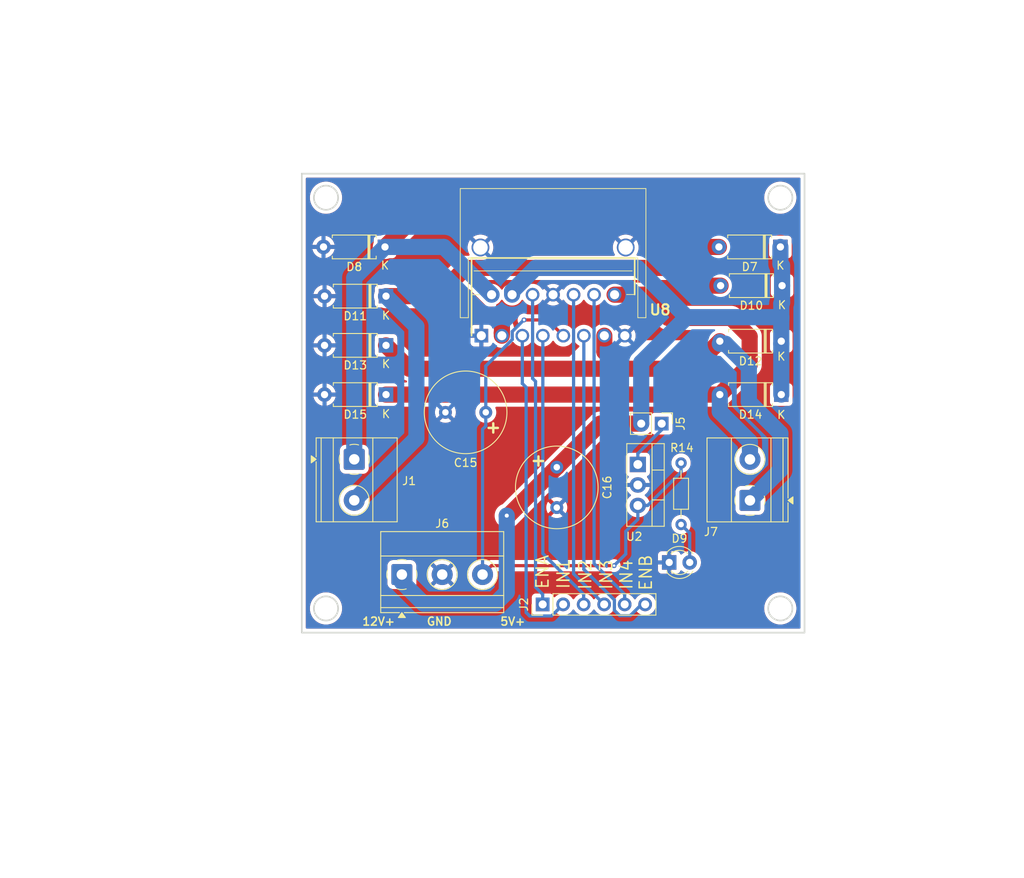
<source format=kicad_pcb>
(kicad_pcb (version 20241229) (generator "pcbnew") (generator_version "9.0")
  (layers (0 "F.Cu" signal) (2 "B.Cu" signal) (13 "F.Paste" user) (15 "B.Paste" user) (5 "F.SilkS" user "F.Silkscreen") (7 "B.SilkS" user "B.Silkscreen") (1 "F.Mask" user) (3 "B.Mask" user) (25 "Edge.Cuts" user))
  (net 0 "")
  (net 1 "GND")
  (net 2 "5v")
  (net 3 "VCC")
  (net 4 "Net-(D7-A)")
  (net 5 "Net-(D9-A)")
  (net 6 "Net-(D10-A)")
  (net 7 "Net-(D12-A)")
  (net 8 "Net-(D14-A)")
  (net 9 "Net-(J5-Pin_1)")
  (net 10 "Net-(J2-Pin_6)")
  (net 11 "Net-(J2-Pin_4)")
  (net 12 "Net-(J2-Pin_3)")
  (net 13 "Net-(J2-Pin_5)")
  (net 14 "Net-(J2-Pin_2)")
  (net 15 "Net-(J2-Pin_1)")
  (footprint "Capacitor_THT:C_Radial_D10.0mm_H16.0mm_P5.00mm" (layer "F.Cu") (at 138.8 98.7 180)
    (property "Reference" "C15" (at 2.5 -6.25 0) (layer "F.SilkS"))
    (property "Value" "220uF/35V")
    (fp_circle (center 2.5 0) (end 7.62 0) (stroke (width 0.12)) (fill no) (layer "F.SilkS"))
    (pad "1" thru_hole circle (at 0 0 180) (size 1.6 1.6) (drill 0.8) (layers "*.Cu" "*.Mask") (net 2 "5v"))
    (pad "2" thru_hole circle (at 5 0 180) (size 1.6 1.6) (drill 0.8) (layers "*.Cu" "*.Mask") (net 1 "GND"))
  )
  (footprint "LED_THT:LED_D3.0mm" (layer "F.Cu") (at 161.53 117.3)
    (property "Reference" "D9" (at 1.27 -2.96 0) (layer "F.SilkS"))
    (property "Value" "LED")
    (fp_line (start -0.29 -1.236) (end -0.29 -1.08) (stroke (width 0.12)) (layer "F.SilkS"))
    (fp_line (start -0.29 1.08) (end -0.29 1.236) (stroke (width 0.12)) (layer "F.SilkS"))
    (fp_arc (start -0.29 -1.235516) (mid 1.365624 -1.987701) (end 2.941397 -1.080061) (stroke (width 0.12)) (layer "F.SilkS"))
    (fp_arc (start 0.229039 -1.08) (mid 1.269964 -1.5) (end 2.31091 -1.080049) (stroke (width 0.12)) (layer "F.SilkS"))
    (fp_arc (start 2.31091 1.080049) (mid 1.269964 1.5) (end 0.229039 1.08) (stroke (width 0.12)) (layer "F.SilkS"))
    (fp_arc (start 2.941397 1.080061) (mid 1.365624 1.987701) (end -0.29 1.235516) (stroke (width 0.12)) (layer "F.SilkS"))
    (pad "1" thru_hole rect (at 0 0) (size 1.8 1.8) (drill 0.9) (layers "*.Cu" "*.Mask") (net 1 "GND"))
    (pad "2" thru_hole circle (at 2.54 0) (size 1.8 1.8) (drill 0.9) (layers "*.Cu" "*.Mask") (net 5 "Net-(D9-A)"))
  )
  (footprint "Diode_THT:D_A-405_P7.62mm_Horizontal" (layer "F.Cu") (at 175.52 83 180)
    (property "Reference" "D10" (at 3.81 -2.47 0) (layer "F.SilkS"))
    (property "Value" "." (hide yes))
    (fp_line (start 6.53 1.47) (end 6.53 1.14) (stroke (width 0.12)) (layer "F.SilkS"))
    (fp_line (start 6.53 -1.47) (end 6.53 -1.14) (stroke (width 0.12)) (layer "F.SilkS"))
    (fp_line (start 2.11 -1.47) (end 2.11 1.47) (stroke (width 0.12)) (layer "F.SilkS"))
    (fp_line (start 1.99 -1.47) (end 1.99 1.47) (stroke (width 0.12)) (layer "F.SilkS"))
    (fp_line (start 1.87 -1.47) (end 1.87 1.47) (stroke (width 0.12)) (layer "F.SilkS"))
    (fp_line (start 1.09 1.47) (end 6.53 1.47) (stroke (width 0.12)) (layer "F.SilkS"))
    (fp_line (start 1.09 1.14) (end 1.09 1.47) (stroke (width 0.12)) (layer "F.SilkS"))
    (fp_line (start 1.09 -1.14) (end 1.09 -1.47) (stroke (width 0.12)) (layer "F.SilkS"))
    (fp_line (start 1.09 -1.47) (end 6.53 -1.47) (stroke (width 0.12)) (layer "F.SilkS"))
    (fp_text user "K" (at 0.02 -2.4 0) (layer "F.SilkS"))
    (pad "1" thru_hole rect (at 0 0 180) (size 1.8 1.8) (drill 0.9) (layers "*.Cu" "*.Mask") (net 3 "VCC"))
    (pad "2" thru_hole oval (at 7.62 0 180) (size 1.8 1.8) (drill 0.9) (layers "*.Cu" "*.Mask") (net 6 "Net-(D10-A)"))
  )
  (footprint "Diode_THT:D_A-405_P7.62mm_Horizontal" (layer "F.Cu") (at 175.42 89.882167 180)
    (property "Reference" "D12" (at 3.81 -2.47 0) (layer "F.SilkS"))
    (property "Value" "." (hide yes))
    (fp_line (start 6.53 1.47) (end 6.53 1.14) (stroke (width 0.12)) (layer "F.SilkS"))
    (fp_line (start 6.53 -1.47) (end 6.53 -1.14) (stroke (width 0.12)) (layer "F.SilkS"))
    (fp_line (start 2.11 -1.47) (end 2.11 1.47) (stroke (width 0.12)) (layer "F.SilkS"))
    (fp_line (start 1.99 -1.47) (end 1.99 1.47) (stroke (width 0.12)) (layer "F.SilkS"))
    (fp_line (start 1.87 -1.47) (end 1.87 1.47) (stroke (width 0.12)) (layer "F.SilkS"))
    (fp_line (start 1.09 1.47) (end 6.53 1.47) (stroke (width 0.12)) (layer "F.SilkS"))
    (fp_line (start 1.09 1.14) (end 1.09 1.47) (stroke (width 0.12)) (layer "F.SilkS"))
    (fp_line (start 1.09 -1.14) (end 1.09 -1.47) (stroke (width 0.12)) (layer "F.SilkS"))
    (fp_line (start 1.09 -1.47) (end 6.53 -1.47) (stroke (width 0.12)) (layer "F.SilkS"))
    (fp_text user "K" (at 0 -1.9 0) (layer "F.SilkS"))
    (pad "1" thru_hole rect (at 0 0 180) (size 1.8 1.8) (drill 0.9) (layers "*.Cu" "*.Mask") (net 3 "VCC"))
    (pad "2" thru_hole oval (at 7.62 0 180) (size 1.8 1.8) (drill 0.9) (layers "*.Cu" "*.Mask") (net 7 "Net-(D12-A)"))
  )
  (footprint "Diode_THT:D_A-405_P7.62mm_Horizontal" (layer "F.Cu") (at 126.4375 84.3 180)
    (property "Reference" "D11" (at 3.81 -2.47 0) (layer "F.SilkS"))
    (property "Value" "." (hide yes))
    (fp_line (start 6.53 1.47) (end 6.53 1.14) (stroke (width 0.12)) (layer "F.SilkS"))
    (fp_line (start 6.53 -1.47) (end 6.53 -1.14) (stroke (width 0.12)) (layer "F.SilkS"))
    (fp_line (start 2.11 -1.47) (end 2.11 1.47) (stroke (width 0.12)) (layer "F.SilkS"))
    (fp_line (start 1.99 -1.47) (end 1.99 1.47) (stroke (width 0.12)) (layer "F.SilkS"))
    (fp_line (start 1.87 -1.47) (end 1.87 1.47) (stroke (width 0.12)) (layer "F.SilkS"))
    (fp_line (start 1.09 1.47) (end 6.53 1.47) (stroke (width 0.12)) (layer "F.SilkS"))
    (fp_line (start 1.09 1.14) (end 1.09 1.47) (stroke (width 0.12)) (layer "F.SilkS"))
    (fp_line (start 1.09 -1.14) (end 1.09 -1.47) (stroke (width 0.12)) (layer "F.SilkS"))
    (fp_line (start 1.09 -1.47) (end 6.53 -1.47) (stroke (width 0.12)) (layer "F.SilkS"))
    (fp_text user "K" (at 0 -2.4 0) (layer "F.SilkS"))
    (pad "1" thru_hole rect (at 0 0 180) (size 1.8 1.8) (drill 0.9) (layers "*.Cu" "*.Mask") (net 6 "Net-(D10-A)"))
    (pad "2" thru_hole oval (at 7.62 0 180) (size 1.8 1.8) (drill 0.9) (layers "*.Cu" "*.Mask") (net 1 "GND"))
  )
  (footprint "Connector_PinHeader_2.54mm:PinHeader_1x06_P2.54mm_Vertical" (layer "F.Cu") (at 145.85 122.5 90)
    (property "Reference" "J2" (at 0 -2.33 90) (layer "F.SilkS"))
    (property "Value" "LOGIC_PINS")
    (fp_line (start -1.33 -1.33) (end 0 -1.33) (stroke (width 0.12)) (layer "F.SilkS"))
    (fp_line (start -1.33 0) (end -1.33 -1.33) (stroke (width 0.12)) (layer "F.SilkS"))
    (fp_line (start 1.33 1.27) (end 1.33 14.03) (stroke (width 0.12)) (layer "F.SilkS"))
    (fp_line (start -1.33 1.27) (end 1.33 1.27) (stroke (width 0.12)) (layer "F.SilkS"))
    (fp_line (start -1.33 1.27) (end -1.33 14.03) (stroke (width 0.12)) (layer "F.SilkS"))
    (fp_line (start -1.33 14.03) (end 1.33 14.03) (stroke (width 0.12)) (layer "F.SilkS"))
    (pad "1" thru_hole rect (at 0 0 90) (size 1.7 1.7) (drill 1) (layers "*.Cu" "*.Mask") (net 15 "Net-(J2-Pin_1)"))
    (pad "2" thru_hole oval (at 0 2.54 90) (size 1.7 1.7) (drill 1) (layers "*.Cu" "*.Mask") (net 14 "Net-(J2-Pin_2)"))
    (pad "3" thru_hole oval (at 0 5.08 90) (size 1.7 1.7) (drill 1) (layers "*.Cu" "*.Mask") (net 12 "Net-(J2-Pin_3)"))
    (pad "4" thru_hole oval (at 0 7.62 90) (size 1.7 1.7) (drill 1) (layers "*.Cu" "*.Mask") (net 11 "Net-(J2-Pin_4)"))
    (pad "5" thru_hole oval (at 0 10.16 90) (size 1.7 1.7) (drill 1) (layers "*.Cu" "*.Mask") (net 13 "Net-(J2-Pin_5)"))
    (pad "6" thru_hole oval (at 0 12.7 90) (size 1.7 1.7) (drill 1) (layers "*.Cu" "*.Mask") (net 10 "Net-(J2-Pin_6)"))
  )
  (footprint "Diode_THT:D_A-405_P7.62mm_Horizontal" (layer "F.Cu") (at 126.4375 96.5 180)
    (property "Reference" "D15" (at 3.81 -2.47 0) (layer "F.SilkS"))
    (property "Value" "." (hide yes))
    (fp_line (start 6.53 1.47) (end 6.53 1.14) (stroke (width 0.12)) (layer "F.SilkS"))
    (fp_line (start 6.53 -1.47) (end 6.53 -1.14) (stroke (width 0.12)) (layer "F.SilkS"))
    (fp_line (start 2.11 -1.47) (end 2.11 1.47) (stroke (width 0.12)) (layer "F.SilkS"))
    (fp_line (start 1.99 -1.47) (end 1.99 1.47) (stroke (width 0.12)) (layer "F.SilkS"))
    (fp_line (start 1.87 -1.47) (end 1.87 1.47) (stroke (width 0.12)) (layer "F.SilkS"))
    (fp_line (start 1.09 1.47) (end 6.53 1.47) (stroke (width 0.12)) (layer "F.SilkS"))
    (fp_line (start 1.09 1.14) (end 1.09 1.47) (stroke (width 0.12)) (layer "F.SilkS"))
    (fp_line (start 1.09 -1.14) (end 1.09 -1.47) (stroke (width 0.12)) (layer "F.SilkS"))
    (fp_line (start 1.09 -1.47) (end 6.53 -1.47) (stroke (width 0.12)) (layer "F.SilkS"))
    (fp_text user "K" (at 0 -2.4 0) (layer "F.SilkS"))
    (pad "1" thru_hole rect (at 0 0 180) (size 1.8 1.8) (drill 0.9) (layers "*.Cu" "*.Mask") (net 8 "Net-(D14-A)"))
    (pad "2" thru_hole oval (at 7.62 0 180) (size 1.8 1.8) (drill 0.9) (layers "*.Cu" "*.Mask") (net 1 "GND"))
  )
  (footprint "TerminalBlock_Phoenix:TerminalBlock_Phoenix_MKDS-1,5-3_1x03_P5.00mm_Horizontal" (layer "F.Cu") (at 128.4 118.8)
    (property "Reference" "J6" (at 5 -6.32 0) (layer "F.SilkS"))
    (property "Value" "BATTERY")
    (fp_line (start -2.62 -5.32) (end -2.62 4.72) (stroke (width 0.12)) (layer "F.SilkS"))
    (fp_line (start -2.62 -5.32) (end 12.62 -5.32) (stroke (width 0.12)) (layer "F.SilkS"))
    (fp_line (start -2.62 -2.3) (end 12.62 -2.3) (stroke (width 0.12)) (layer "F.SilkS"))
    (fp_line (start -2.62 2.6) (end 12.62 2.6) (stroke (width 0.12)) (layer "F.SilkS"))
    (fp_line (start -2.62 4.1) (end 12.62 4.1) (stroke (width 0.12)) (layer "F.SilkS"))
    (fp_line (start -2.62 4.72) (end -0.3 4.72) (stroke (width 0.12)) (layer "F.SilkS"))
    (fp_line (start 0.3 4.72) (end 12.62 4.72) (stroke (width 0.12)) (layer "F.SilkS"))
    (fp_line (start 3.633 1.14) (end 3.589 1.183) (stroke (width 0.12)) (layer "F.SilkS"))
    (fp_line (start 3.86 1.367) (end 3.816 1.41) (stroke (width 0.12)) (layer "F.SilkS"))
    (fp_line (start 6.184 -1.411) (end 6.14 -1.367) (stroke (width 0.12)) (layer "F.SilkS"))
    (fp_line (start 6.411 -1.184) (end 6.367 -1.14) (stroke (width 0.12)) (layer "F.SilkS"))
    (fp_line (start 8.633 1.14) (end 8.589 1.183) (stroke (width 0.12)) (layer "F.SilkS"))
    (fp_line (start 8.86 1.367) (end 8.816 1.41) (stroke (width 0.12)) (layer "F.SilkS"))
    (fp_line (start 11.184 -1.411) (end 11.14 -1.367) (stroke (width 0.12)) (layer "F.SilkS"))
    (fp_line (start 11.411 -1.184) (end 11.367 -1.14) (stroke (width 0.12)) (layer "F.SilkS"))
    (fp_line (start 12.62 -5.32) (end 12.62 4.72) (stroke (width 0.12)) (layer "F.SilkS"))
    (fp_arc (start -1.78 0.54) (mid -1.860107 0.000355) (end -1.780206 -0.539321) (stroke (width 0.12)) (layer "F.SilkS"))
    (fp_arc (start -0.54 -1.78) (mid -0.000355 -1.860107) (end 0.539321 -1.780206) (stroke (width 0.12)) (layer "F.SilkS"))
    (fp_arc (start 0.54 1.78) (mid 0.000355 1.860107) (end -0.539321 1.780206) (stroke (width 0.12)) (layer "F.SilkS"))
    (fp_arc (start 1.78 -0.54) (mid 1.860107 -0.000355) (end 1.780206 0.539321) (stroke (width 0.12)) (layer "F.SilkS"))
    (fp_circle (center 5 0) (end 6.86 0) (stroke (width 0.12)) (fill no) (layer "F.SilkS"))
    (fp_circle (center 10 0) (end 11.86 0) (stroke (width 0.12)) (fill no) (layer "F.SilkS"))
    (fp_poly (pts (xy 0 4.72) (xy 0.44 5.33) (xy -0.44 5.33) (xy 0 4.72)) (stroke (width 0.12)) (fill yes) (layer "F.SilkS"))
    (pad "1" thru_hole roundrect (at 0 0) (size 2.6 2.6) (drill 1.3) (layers "*.Cu" "*.Mask") (roundrect_rratio 0.096154) (net 3 "VCC"))
    (pad "2" thru_hole circle (at 5 0) (size 2.6 2.6) (drill 1.3) (layers "*.Cu" "*.Mask") (net 1 "GND"))
    (pad "3" thru_hole circle (at 10 0) (size 2.6 2.6) (drill 1.3) (layers "*.Cu" "*.Mask") (net 2 "5v"))
  )
  (footprint "Diode_THT:D_A-405_P7.62mm_Horizontal" (layer "F.Cu") (at 175.42 96.5 180)
    (property "Reference" "D14" (at 3.81 -2.47 0) (layer "F.SilkS"))
    (property "Value" "." (hide yes))
    (fp_line (start 6.53 1.47) (end 6.53 1.14) (stroke (width 0.12)) (layer "F.SilkS"))
    (fp_line (start 6.53 -1.47) (end 6.53 -1.14) (stroke (width 0.12)) (layer "F.SilkS"))
    (fp_line (start 2.11 -1.47) (end 2.11 1.47) (stroke (width 0.12)) (layer "F.SilkS"))
    (fp_line (start 1.99 -1.47) (end 1.99 1.47) (stroke (width 0.12)) (layer "F.SilkS"))
    (fp_line (start 1.87 -1.47) (end 1.87 1.47) (stroke (width 0.12)) (layer "F.SilkS"))
    (fp_line (start 1.09 1.47) (end 6.53 1.47) (stroke (width 0.12)) (layer "F.SilkS"))
    (fp_line (start 1.09 1.14) (end 1.09 1.47) (stroke (width 0.12)) (layer "F.SilkS"))
    (fp_line (start 1.09 -1.14) (end 1.09 -1.47) (stroke (width 0.12)) (layer "F.SilkS"))
    (fp_line (start 1.09 -1.47) (end 6.53 -1.47) (stroke (width 0.12)) (layer "F.SilkS"))
    (fp_text user "K" (at 0 -2.5 0) (layer "F.SilkS"))
    (pad "1" thru_hole rect (at 0 0 180) (size 1.8 1.8) (drill 0.9) (layers "*.Cu" "*.Mask") (net 3 "VCC"))
    (pad "2" thru_hole oval (at 7.62 0 180) (size 1.8 1.8) (drill 0.9) (layers "*.Cu" "*.Mask") (net 8 "Net-(D14-A)"))
  )
  (footprint "TerminalBlock_Phoenix:TerminalBlock_Phoenix_MKDS-1,5-2-5.08_1x02_P5.08mm_Horizontal" (layer "F.Cu") (at 122.5 104.52 -90)
    (property "Reference" "J1" (at 2.68 -6.8 180) (layer "F.SilkS"))
    (property "Value" "MOTOR_1")
    (fp_line (start -2.66 4.72) (end -0.3 4.72) (stroke (width 0.12)) (layer "F.SilkS"))
    (fp_line (start 0.3 4.72) (end 7.74 4.72) (stroke (width 0.12)) (layer "F.SilkS"))
    (fp_line (start -2.66 4.1) (end 7.74 4.1) (stroke (width 0.12)) (layer "F.SilkS"))
    (fp_line (start -2.66 2.6) (end 7.74 2.6) (stroke (width 0.12)) (layer "F.SilkS"))
    (fp_line (start 3.94 1.367) (end 3.896 1.41) (stroke (width 0.12)) (layer "F.SilkS"))
    (fp_line (start 3.713 1.14) (end 3.669 1.183) (stroke (width 0.12)) (layer "F.SilkS"))
    (fp_line (start 6.491 -1.184) (end 6.447 -1.14) (stroke (width 0.12)) (layer "F.SilkS"))
    (fp_line (start 6.264 -1.411) (end 6.22 -1.367) (stroke (width 0.12)) (layer "F.SilkS"))
    (fp_line (start -2.66 -2.3) (end 7.74 -2.3) (stroke (width 0.12)) (layer "F.SilkS"))
    (fp_line (start -2.66 -5.32) (end -2.66 4.72) (stroke (width 0.12)) (layer "F.SilkS"))
    (fp_line (start -2.66 -5.32) (end 7.74 -5.32) (stroke (width 0.12)) (layer "F.SilkS"))
    (fp_line (start 7.74 -5.32) (end 7.74 4.72) (stroke (width 0.12)) (layer "F.SilkS"))
    (fp_arc (start 0.54 1.78) (mid 0.000355 1.860107) (end -0.539321 1.780206) (stroke (width 0.12)) (layer "F.SilkS"))
    (fp_arc (start -1.78 0.54) (mid -1.860107 0.000355) (end -1.780206 -0.539321) (stroke (width 0.12)) (layer "F.SilkS"))
    (fp_arc (start 1.78 -0.54) (mid 1.860107 -0.000355) (end 1.780206 0.539321) (stroke (width 0.12)) (layer "F.SilkS"))
    (fp_arc (start -0.54 -1.78) (mid -0.000355 -1.860107) (end 0.539321 -1.780206) (stroke (width 0.12)) (layer "F.SilkS"))
    (fp_circle (center 5.08 0) (end 6.94 0) (stroke (width 0.12)) (fill no) (layer "F.SilkS"))
    (fp_poly (pts (xy 0 4.72) (xy 0.44 5.33) (xy -0.44 5.33) (xy 0 4.72)) (stroke (width 0.12)) (fill yes) (layer "F.SilkS"))
    (pad "1" thru_hole roundrect (at 0 0 270) (size 2.6 2.6) (drill 1.3) (layers "*.Cu" "*.Mask") (roundrect_rratio 0.096154) (net 4 "Net-(D7-A)"))
    (pad "2" thru_hole circle (at 5.08 0 270) (size 2.6 2.6) (drill 1.3) (layers "*.Cu" "*.Mask") (net 6 "Net-(D10-A)"))
  )
  (footprint "Diode_THT:D_A-405_P7.62mm_Horizontal" (layer "F.Cu") (at 126.31 78.2 180)
    (property "Reference" "D8" (at 3.81 -2.47 0) (layer "F.SilkS"))
    (property "Value" "." (hide yes))
    (fp_line (start 6.53 1.47) (end 6.53 1.14) (stroke (width 0.12)) (layer "F.SilkS"))
    (fp_line (start 6.53 -1.47) (end 6.53 -1.14) (stroke (width 0.12)) (layer "F.SilkS"))
    (fp_line (start 2.11 -1.47) (end 2.11 1.47) (stroke (width 0.12)) (layer "F.SilkS"))
    (fp_line (start 1.99 -1.47) (end 1.99 1.47) (stroke (width 0.12)) (layer "F.SilkS"))
    (fp_line (start 1.87 -1.47) (end 1.87 1.47) (stroke (width 0.12)) (layer "F.SilkS"))
    (fp_line (start 1.09 1.47) (end 6.53 1.47) (stroke (width 0.12)) (layer "F.SilkS"))
    (fp_line (start 1.09 1.14) (end 1.09 1.47) (stroke (width 0.12)) (layer "F.SilkS"))
    (fp_line (start 1.09 -1.14) (end 1.09 -1.47) (stroke (width 0.12)) (layer "F.SilkS"))
    (fp_line (start 1.09 -1.47) (end 6.53 -1.47) (stroke (width 0.12)) (layer "F.SilkS"))
    (fp_text user "K" (at 0 -2.3 0) (layer "F.SilkS"))
    (pad "1" thru_hole rect (at 0 0 180) (size 1.8 1.8) (drill 0.9) (layers "*.Cu" "*.Mask") (net 4 "Net-(D7-A)"))
    (pad "2" thru_hole oval (at 7.62 0 180) (size 1.8 1.8) (drill 0.9) (layers "*.Cu" "*.Mask") (net 1 "GND"))
  )
  (footprint "TerminalBlock_Phoenix:TerminalBlock_Phoenix_MKDS-1,5-2-5.08_1x02_P5.08mm_Horizontal" (layer "F.Cu") (at 171.5375 109.61 90)
    (property "Reference" "J7" (at -3.9 -4.8375 180) (layer "F.SilkS"))
    (property "Value" "MOTOR_2")
    (fp_line (start 7.74 -5.32) (end 7.74 4.72) (stroke (width 0.12)) (layer "F.SilkS"))
    (fp_line (start -2.66 -5.32) (end 7.74 -5.32) (stroke (width 0.12)) (layer "F.SilkS"))
    (fp_line (start -2.66 -5.32) (end -2.66 4.72) (stroke (width 0.12)) (layer "F.SilkS"))
    (fp_line (start -2.66 -2.3) (end 7.74 -2.3) (stroke (width 0.12)) (layer "F.SilkS"))
    (fp_line (start 6.264 -1.411) (end 6.22 -1.367) (stroke (width 0.12)) (layer "F.SilkS"))
    (fp_line (start 6.491 -1.184) (end 6.447 -1.14) (stroke (width 0.12)) (layer "F.SilkS"))
    (fp_line (start 3.713 1.14) (end 3.669 1.183) (stroke (width 0.12)) (layer "F.SilkS"))
    (fp_line (start 3.94 1.367) (end 3.896 1.41) (stroke (width 0.12)) (layer "F.SilkS"))
    (fp_line (start -2.66 2.6) (end 7.74 2.6) (stroke (width 0.12)) (layer "F.SilkS"))
    (fp_line (start -2.66 4.1) (end 7.74 4.1) (stroke (width 0.12)) (layer "F.SilkS"))
    (fp_line (start 0.3 4.72) (end 7.74 4.72) (stroke (width 0.12)) (layer "F.SilkS"))
    (fp_line (start -2.66 4.72) (end -0.3 4.72) (stroke (width 0.12)) (layer "F.SilkS"))
    (fp_arc (start -0.54 -1.78) (mid -0.000355 -1.860107) (end 0.539321 -1.780206) (stroke (width 0.12)) (layer "F.SilkS"))
    (fp_arc (start 1.78 -0.54) (mid 1.860107 -0.000355) (end 1.780206 0.539321) (stroke (width 0.12)) (layer "F.SilkS"))
    (fp_arc (start -1.78 0.54) (mid -1.860107 0.000355) (end -1.780206 -0.539321) (stroke (width 0.12)) (layer "F.SilkS"))
    (fp_arc (start 0.54 1.78) (mid 0.000355 1.860107) (end -0.539321 1.780206) (stroke (width 0.12)) (layer "F.SilkS"))
    (fp_circle (center 5.08 0) (end 6.94 0) (stroke (width 0.12)) (fill no) (layer "F.SilkS"))
    (fp_poly (pts (xy 0 4.72) (xy 0.44 5.33) (xy -0.44 5.33) (xy 0 4.72)) (stroke (width 0.12)) (fill yes) (layer "F.SilkS"))
    (pad "1" thru_hole roundrect (at 0 0 90) (size 2.6 2.6) (drill 1.3) (layers "*.Cu" "*.Mask") (roundrect_rratio 0.096154) (net 7 "Net-(D12-A)"))
    (pad "2" thru_hole circle (at 5.08 0 90) (size 2.6 2.6) (drill 1.3) (layers "*.Cu" "*.Mask") (net 8 "Net-(D14-A)"))
  )
  (footprint "Resistor_THT:R_Axial_DIN0204_L3.6mm_D1.6mm_P7.62mm_Horizontal" (layer "F.Cu") (at 163 104.98 -90)
    (property "Reference" "R14" (at -1.88 -0.1 180) (layer "F.SilkS"))
    (property "Value" "1K")
    (fp_line (start 1.89 0.92) (end 5.73 0.92) (stroke (width 0.12)) (layer "F.SilkS"))
    (fp_line (start 5.73 0.92) (end 5.73 -0.92) (stroke (width 0.12)) (layer "F.SilkS"))
    (fp_line (start 0.94 0) (end 1.89 0) (stroke (width 0.12)) (layer "F.SilkS"))
    (fp_line (start 6.68 0) (end 5.73 0) (stroke (width 0.12)) (layer "F.SilkS"))
    (fp_line (start 1.89 -0.92) (end 1.89 0.92) (stroke (width 0.12)) (layer "F.SilkS"))
    (fp_line (start 5.73 -0.92) (end 1.89 -0.92) (stroke (width 0.12)) (layer "F.SilkS"))
    (pad "1" thru_hole circle (at 0 0 270) (size 1.4 1.4) (drill 0.7) (layers "*.Cu" "*.Mask") (net 2 "5v"))
    (pad "2" thru_hole oval (at 7.62 0 270) (size 1.4 1.4) (drill 0.7) (layers "*.Cu" "*.Mask") (net 5 "Net-(D9-A)"))
  )
  (footprint "Diode_THT:D_A-405_P7.62mm_Horizontal" (layer "F.Cu") (at 126.4375 90.4 180)
    (property "Reference" "D13" (at 3.81 -2.47 0) (layer "F.SilkS"))
    (property "Value" "." (hide yes))
    (fp_line (start 6.53 1.47) (end 6.53 1.14) (stroke (width 0.12)) (layer "F.SilkS"))
    (fp_line (start 6.53 -1.47) (end 6.53 -1.14) (stroke (width 0.12)) (layer "F.SilkS"))
    (fp_line (start 2.11 -1.47) (end 2.11 1.47) (stroke (width 0.12)) (layer "F.SilkS"))
    (fp_line (start 1.99 -1.47) (end 1.99 1.47) (stroke (width 0.12)) (layer "F.SilkS"))
    (fp_line (start 1.87 -1.47) (end 1.87 1.47) (stroke (width 0.12)) (layer "F.SilkS"))
    (fp_line (start 1.09 1.47) (end 6.53 1.47) (stroke (width 0.12)) (layer "F.SilkS"))
    (fp_line (start 1.09 1.14) (end 1.09 1.47) (stroke (width 0.12)) (layer "F.SilkS"))
    (fp_line (start 1.09 -1.14) (end 1.09 -1.47) (stroke (width 0.12)) (layer "F.SilkS"))
    (fp_line (start 1.09 -1.47) (end 6.53 -1.47) (stroke (width 0.12)) (layer "F.SilkS"))
    (fp_text user "K" (at 0 -2.3 0) (layer "F.SilkS"))
    (pad "1" thru_hole rect (at 0 0 180) (size 1.8 1.8) (drill 0.9) (layers "*.Cu" "*.Mask") (net 7 "Net-(D12-A)"))
    (pad "2" thru_hole oval (at 7.62 0 180) (size 1.8 1.8) (drill 0.9) (layers "*.Cu" "*.Mask") (net 1 "GND"))
  )
  (footprint "L298N:Multiwatt15L V with heatsink v2" (layer "F.Cu") (at 138.25 89.2)
    (property "Reference" "U8" (at 22.15 -3.2 0) (layer "F.SilkS") (effects (font (size 1.27 1.27) (thickness 0.254))))
    (property "Value" "L298N" (hide yes))
    (fp_line (start -2.61 -18.23) (end -2.61 -2.23) (stroke (width 0.1)) (layer "F.SilkS"))
    (fp_line (start -2.61 -18.23) (end 20.39 -18.23) (stroke (width 0.1)) (layer "F.SilkS"))
    (fp_line (start -2.61 -2.23) (end -1.61 -2.23) (stroke (width 0.1)) (layer "F.SilkS"))
    (fp_line (start -1.61 -9.63) (end -1.21 -9.63) (stroke (width 0.1)) (layer "F.SilkS"))
    (fp_line (start -1.61 -2.23) (end -1.61 -9.63) (stroke (width 0.1)) (layer "F.SilkS"))
    (fp_line (start -1.21 -9.63) (end -1.21 0) (stroke (width 0.2)) (layer "F.SilkS"))
    (fp_line (start -1.2 -5.08) (end -0.2 -5.08) (stroke (width 0.1)) (layer "F.SilkS"))
    (fp_line (start -0.91 -9.63) (end 18.69 -9.63) (stroke (width 0.1)) (layer "F.SilkS"))
    (fp_line (start -0.91 -8.03) (end 18.69 -8.03) (stroke (width 0.1)) (layer "F.SilkS"))
    (fp_line (start 18 -5.1) (end 19 -5.1) (stroke (width 0.1)) (layer "F.SilkS"))
    (fp_line (start 18.99 -9.63) (end -1.21 -9.63) (stroke (width 0.2)) (layer "F.SilkS"))
    (fp_line (start 19 -5.1) (end 19 -9.6) (stroke (width 0.2)) (layer "F.SilkS"))
    (fp_line (start 19.39 -9.63) (end 18.99 -9.63) (stroke (width 0.1)) (layer "F.SilkS"))
    (fp_line (start 19.39 -2.23) (end 19.39 -9.63) (stroke (width 0.1)) (layer "F.SilkS"))
    (fp_line (start 20.39 -18.23) (end 20.39 -2.23) (stroke (width 0.1)) (layer "F.SilkS"))
    (fp_line (start 20.39 -2.23) (end 19.39 -2.23) (stroke (width 0.1)) (layer "F.SilkS"))
    (pad "1" thru_hole rect (at 0 0) (size 1.695 1.695) (drill 1.13) (layers "*.Cu" "*.Mask") (net 1 "GND"))
    (pad "2" thru_hole circle (at 1.27 -5.08) (size 1.695 1.695) (drill 1.13) (layers "*.Cu" "*.Mask") (net 4 "Net-(D7-A)"))
    (pad "3" thru_hole circle (at 2.54 0) (size 1.695 1.695) (drill 1.13) (layers "*.Cu" "*.Mask") (net 6 "Net-(D10-A)"))
    (pad "4" thru_hole circle (at 3.81 -5.08) (size 1.695 1.695) (drill 1.13) (layers "*.Cu" "*.Mask") (net 3 "VCC"))
    (pad "5" thru_hole circle (at 5.08 0) (size 1.695 1.695) (drill 1.13) (layers "*.Cu" "*.Mask") (net 14 "Net-(J2-Pin_2)"))
    (pad "6" thru_hole circle (at 6.35 -5.08) (size 1.695 1.695) (drill 1.13) (layers "*.Cu" "*.Mask") (net 15 "Net-(J2-Pin_1)"))
    (pad "7" thru_hole circle (at 7.62 0) (size 1.695 1.695) (drill 1.13) (layers "*.Cu" "*.Mask") (net 12 "Net-(J2-Pin_3)"))
    (pad "8" thru_hole circle (at -0.11 -10.93) (size 2.2 2.2) (drill 1.8) (layers "*.Cu" "*.Mask") (net 1 "GND"))
    (pad "8" thru_hole circle (at 8.89 -5.08) (size 1.695 1.695) (drill 1.13) (layers "*.Cu" "*.Mask") (net 1 "GND"))
    (pad "8" thru_hole circle (at 17.89 -10.93) (size 2.2 2.2) (drill 1.8) (layers "*.Cu" "*.Mask") (net 1 "GND"))
    (pad "9" thru_hole circle (at 10.16 0) (size 1.695 1.695) (drill 1.13) (layers "*.Cu" "*.Mask") (net 2 "5v"))
    (pad "10" thru_hole circle (at 11.43 -5.08) (size 1.695 1.695) (drill 1.13) (layers "*.Cu" "*.Mask") (net 11 "Net-(J2-Pin_4)"))
    (pad "11" thru_hole circle (at 12.7 0) (size 1.695 1.695) (drill 1.13) (layers "*.Cu" "*.Mask") (net 10 "Net-(J2-Pin_6)"))
    (pad "12" thru_hole circle (at 13.97 -5.08) (size 1.695 1.695) (drill 1.13) (layers "*.Cu" "*.Mask") (net 13 "Net-(J2-Pin_5)"))
    (pad "13" thru_hole circle (at 15.24 0) (size 1.695 1.695) (drill 1.13) (layers "*.Cu" "*.Mask") (net 7 "Net-(D12-A)"))
    (pad "14" thru_hole circle (at 16.51 -5.08) (size 1.695 1.695) (drill 1.13) (layers "*.Cu" "*.Mask") (net 8 "Net-(D14-A)"))
    (pad "15" thru_hole circle (at 17.78 0) (size 1.695 1.695) (drill 1.13) (layers "*.Cu" "*.Mask") (net 1 "GND"))
  )
  (footprint "Connector_PinHeader_2.54mm:PinHeader_1x02_P2.54mm_Vertical" (layer "F.Cu") (at 160.6 100.1 -90)
    (property "Reference" "J5" (at 0 -2.33 90) (layer "F.SilkS"))
    (property "Value" "5V REGULATOR")
    (fp_line (start -1.33 3.87) (end 1.33 3.87) (stroke (width 0.12)) (layer "F.SilkS"))
    (fp_line (start -1.33 1.27) (end -1.33 3.87) (stroke (width 0.12)) (layer "F.SilkS"))
    (fp_line (start -1.33 1.27) (end 1.33 1.27) (stroke (width 0.12)) (layer "F.SilkS"))
    (fp_line (start 1.33 1.27) (end 1.33 3.87) (stroke (width 0.12)) (layer "F.SilkS"))
    (fp_line (start -1.33 0) (end -1.33 -1.33) (stroke (width 0.12)) (layer "F.SilkS"))
    (fp_line (start -1.33 -1.33) (end 0 -1.33) (stroke (width 0.12)) (layer "F.SilkS"))
    (pad "1" thru_hole rect (at 0 0 270) (size 1.7 1.7) (drill 1) (layers "*.Cu" "*.Mask") (net 9 "Net-(J5-Pin_1)"))
    (pad "2" thru_hole oval (at 0 2.54 270) (size 1.7 1.7) (drill 1) (layers "*.Cu" "*.Mask") (net 3 "VCC"))
  )
  (footprint "Capacitor_THT:C_Radial_D10.0mm_H16.0mm_P5.00mm" (layer "F.Cu") (at 147.6 105.5 -90)
    (property "Reference" "C16" (at 2.5 -6.25 90) (layer "F.SilkS"))
    (property "Value" "220uF/35V")
    (fp_circle (center 2.5 0) (end 7.62 0) (stroke (width 0.12)) (fill no) (layer "F.SilkS"))
    (pad "1" thru_hole circle (at 0 0 270) (size 1.6 1.6) (drill 0.8) (layers "*.Cu" "*.Mask") (net 3 "VCC"))
    (pad "2" thru_hole circle (at 5 0 270) (size 1.6 1.6) (drill 0.8) (layers "*.Cu" "*.Mask") (net 1 "GND"))
  )
  (footprint "Diode_THT:D_A-405_P7.62mm_Horizontal" (layer "F.Cu") (at 175.31 78.2 180)
    (property "Reference" "D7" (at 3.81 -2.47 0) (layer "F.SilkS"))
    (property "Value" "~" (hide yes))
    (fp_line (start 6.53 1.47) (end 6.53 1.14) (stroke (width 0.12)) (layer "F.SilkS"))
    (fp_line (start 6.53 -1.47) (end 6.53 -1.14) (stroke (width 0.12)) (layer "F.SilkS"))
    (fp_line (start 2.11 -1.47) (end 2.11 1.47) (stroke (width 0.12)) (layer "F.SilkS"))
    (fp_line (start 1.99 -1.47) (end 1.99 1.47) (stroke (width 0.12)) (layer "F.SilkS"))
    (fp_line (start 1.87 -1.47) (end 1.87 1.47) (stroke (width 0.12)) (layer "F.SilkS"))
    (fp_line (start 1.09 1.47) (end 6.53 1.47) (stroke (width 0.12)) (layer "F.SilkS"))
    (fp_line (start 1.09 1.14) (end 1.09 1.47) (stroke (width 0.12)) (layer "F.SilkS"))
    (fp_line (start 1.09 -1.14) (end 1.09 -1.47) (stroke (width 0.12)) (layer "F.SilkS"))
    (fp_line (start 1.09 -1.47) (end 6.53 -1.47) (stroke (width 0.12)) (layer "F.SilkS"))
    (fp_text user "K" (at 0 -2.3 0) (layer "F.SilkS"))
    (pad "1" thru_hole rect (at 0 0 180) (size 1.8 1.8) (drill 0.9) (layers "*.Cu" "*.Mask") (net 3 "VCC"))
    (pad "2" thru_hole oval (at 7.62 0 180) (size 1.8 1.8) (drill 0.9) (layers "*.Cu" "*.Mask") (net 4 "Net-(D7-A)"))
  )
  (footprint "Package_TO_SOT_THT:TO-220-3_Vertical" (layer "F.Cu") (at 157.645 105.16 -90)
    (property "Reference" "U2" (at 8.94 0.445 180) (layer "F.SilkS"))
    (property "Value" "LM78M05_TO220")
    (fp_line (start -2.58 1.371) (end 7.66 1.371) (stroke (width 0.12)) (layer "F.SilkS"))
    (fp_line (start -2.58 -1.76) (end 7.66 -1.76) (stroke (width 0.12)) (layer "F.SilkS"))
    (fp_line (start -2.58 -3.27) (end -2.58 1.371) (stroke (width 0.12)) (layer "F.SilkS"))
    (fp_line (start -2.58 -3.27) (end 7.66 -3.27) (stroke (width 0.12)) (layer "F.SilkS"))
    (fp_line (start 0.69 -3.27) (end 0.69 -1.76) (stroke (width 0.12)) (layer "F.SilkS"))
    (fp_line (start 4.391 -3.27) (end 4.391 -1.76) (stroke (width 0.12)) (layer "F.SilkS"))
    (fp_line (start 7.66 -3.27) (end 7.66 1.371) (stroke (width 0.12)) (layer "F.SilkS"))
    (pad "1" thru_hole rect (at 0 0 270) (size 1.905 2) (drill 1.1) (layers "*.Cu" "*.Mask") (net 9 "Net-(J5-Pin_1)"))
    (pad "2" thru_hole oval (at 2.54 0 270) (size 1.905 2) (drill 1.1) (layers "*.Cu" "*.Mask") (net 1 "GND"))
    (pad "3" thru_hole oval (at 5.08 0 270) (size 1.905 2) (drill 1.1) (layers "*.Cu" "*.Mask") (net 2 "5v"))
  )
  (gr_rect (start 116 69.12) (end 178.3 126) (stroke (width 0.2)) (fill no) (layer "Edge.Cuts"))
  (gr_circle (center 119 123) (end 120.5 123) (stroke (width 0.2)) (fill no) (layer "Edge.Cuts"))
  (gr_circle (center 175.3 72.1) (end 176.8 72.1) (stroke (width 0.2)) (fill no) (layer "Edge.Cuts"))
  (gr_circle (center 175.3 123) (end 176.8 123) (stroke (width 0.2)) (fill no) (layer "Edge.Cuts"))
  (gr_circle (center 119 72.1) (end 120.5 72.1) (stroke (width 0.2)) (fill no) (layer "Edge.Cuts"))
  (gr_text "GND" (at 131.39 125.2 0) (layer "F.SilkS") (effects (font (size 1 1) (thickness 0.1875)) (justify left bottom)))
  (gr_text "12V+" (at 123.4 125.2 0) (layer "F.SilkS") (effects (font (size 1 1) (thickness 0.1875)) (justify left bottom)))
  (gr_text "+" (at 144.2 105.5 0) (layer "F.SilkS") (effects (font (size 1.5 1.5) (thickness 0.3) (bold yes)) (justify left bottom)))
  (gr_text "IN3" (at 154.6 120.8 90) (layer "F.SilkS") (effects (font (size 1.5 1.5) (thickness 0.1875)) (justify left bottom)))
  (gr_text "+" (at 138.6 101.4 0) (layer "F.SilkS") (effects (font (size 1.5 1.5) (thickness 0.3) (bold yes)) (justify left bottom)))
  (gr_text "ENB\n" (at 159.5 120.9 90) (layer "F.SilkS") (effects (font (size 1.5 1.5) (thickness 0.1875)) (justify left bottom)))
  (gr_text "IN2" (at 152 120.8 90) (layer "F.SilkS") (effects (font (size 1.5 1.5) (thickness 0.1875)) (justify left bottom)))
  (gr_text "5V+" (at 140.5 125.2 0) (layer "F.SilkS") (effects (font (size 1 1) (thickness 0.1875)) (justify left bottom)))
  (gr_text "IN4" (at 157.1 120.8 90) (layer "F.SilkS") (effects (font (size 1.5 1.5) (thickness 0.1875)) (justify left bottom)))
  (gr_text "IN1" (at 149.3 120.7 90) (layer "F.SilkS") (effects (font (size 1.5 1.5) (thickness 0.1875)) (justify left bottom)))
  (gr_text "ENA" (at 146.7 120.7 90) (layer "F.SilkS") (effects (font (size 1.5 1.5) (thickness 0.1875)) (justify left bottom)))
  (segment (start 154.7 117.7) (end 139.5 117.7) (width 0.4) (layer "F.Cu") (net 2))
  (segment (start 139.5 117.7) (end 138.4 118.8) (width 0.4) (layer "F.Cu") (net 2))
  (segment (start 143.5429 87.2483) (end 146.4583 87.2483) (width 0.4) (layer "F.Cu") (net 2))
  (segment (start 157.66 110.24) (end 157.7 110.2) (width 0.4) (layer "F.Cu") (net 2))
  (segment (start 146.4583 87.2483) (end 148.41 89.2) (width 0.4) (layer "F.Cu") (net 2))
  (segment (start 157.645 110.24) (end 157.66 110.24) (width 0.4) (layer "F.Cu") (net 2))
  (via (at 154.7 117.7) (size 0.6) (drill 0.3) (layers "F.Cu" "B.Cu") (net 2))
  (via (at 143.5429 87.2483) (size 0.6) (drill 0.3) (layers "F.Cu" "B.Cu") (net 2))
  (segment (start 138.8 98.7) (end 138.8 100.4) (width 0.4) (layer "B.Cu") (net 2))
  (segment (start 142.0815 88.682854) (end 142.0815 89.674146) (width 0.4) (layer "B.Cu") (net 2))
  (segment (start 154.7 117.7) (end 156.1475 116.2525) (width 0.4) (layer "B.Cu") (net 2))
  (segment (start 163 106.1) (end 163 104.98) (width 0.4) (layer "B.Cu") (net 2))
  (segment (start 142.8 87.964354) (end 142.0815 88.682854) (width 0.4) (layer "B.Cu") (net 2))
  (segment (start 158.86 110.24) (end 163 106.1) (width 0.4) (layer "B.Cu") (net 2))
  (segment (start 138.8 100.4) (end 138.4 100.8) (width 0.4) (layer "B.Cu") (net 2))
  (segment (start 156.1475 113.4525) (end 157.645 111.955) (width 0.4) (layer "B.Cu") (net 2))
  (segment (start 143.5429 87.2483) (end 143.5428 87.2482) (width 0.4) (layer "B.Cu") (net 2))
  (segment (start 157.645 110.24) (end 158.86 110.24) (width 0.4) (layer "B.Cu") (net 2))
  (segment (start 157.645 111.955) (end 157.645 110.24) (width 0.4) (layer "B.Cu") (net 2))
  (segment (start 137.79 118.19) (end 138.4 118.8) (width 0.4) (layer "B.Cu") (net 2))
  (segment (start 138.8 92.955646) (end 138.8 98.7) (width 0.4) (layer "B.Cu") (net 2))
  (segment (start 142.812854 87.9515) (end 142.8 87.964354) (width 0.4) (layer "B.Cu") (net 2))
  (segment (start 156.1475 116.2525) (end 156.1475 113.4525) (width 0.4) (layer "B.Cu") (net 2))
  (segment (start 143.5428 87.2482) (end 143.5428 87.221554) (width 0.4) (layer "B.Cu") (net 2))
  (segment (start 142.0815 89.674146) (end 138.8 92.955646) (width 0.4) (layer "B.Cu") (net 2))
  (segment (start 143.5428 87.221554) (end 142.812854 87.9515) (width 0.4) (layer "B.Cu") (net 2))
  (segment (start 138.4 100.8) (end 138.4 118.8) (width 0.4) (layer "B.Cu") (net 2))
  (segment (start 141.6 111.5) (end 147.6435 105.4565) (width 2) (layer "F.Cu") (net 3))
  (segment (start 141.4 111.5) (end 141.6 111.5) (width 2) (layer "F.Cu") (net 3))
  (segment (start 158.06 100.1) (end 153 100.1) (width 2) (layer "F.Cu") (net 3))
  (segment (start 153 100.1) (end 147.6435 105.4565) (width 2) (layer "F.Cu") (net 3))
  (segment (start 147.6435 105.4565) (end 147.6 105.5) (width 2) (layer "F.Cu") (net 3))
  (via (at 141.4 111.5) (size 1.2) (drill 0.5) (layers "F.Cu" "B.Cu") (net 3))
  (segment (start 144.9646 80.8) (end 157.5954 80.8) (width 2) (layer "B.Cu") (net 3))
  (segment (start 142.06 84.12) (end 142.06 83.7046) (width 2) (layer "B.Cu") (net 3))
  (segment (start 175.42 86.9023) (end 175.42 86.9024) (width 2) (layer "B.Cu") (net 3))
  (segment (start 175.42 85.2017) (end 175.42 86.9023) (width 2) (layer "B.Cu") (net 3))
  (segment (start 141.4 120.99) (end 139.99 122.4) (width 2) (layer "B.Cu") (net 3))
  (segment (start 175.31 78.2) (end 175.31 80.3017) (width 2) (layer "B.Cu") (net 3))
  (segment (start 175.31 80.3017) (end 175.52 80.5117) (width 2) (layer "B.Cu") (net 3))
  (segment (start 175.42 86.9024) (end 175.42 87.1508) (width 2) (layer "B.Cu") (net 3))
  (segment (start 175.52 85.1017) (end 175.42 85.2017) (width 2) (layer "B.Cu") (net 3))
  (segment (start 175.52 80.5117) (end 175.52 83) (width 2) (layer "B.Cu") (net 3))
  (segment (start 128.4 119.71) (end 128.4 118.8) (width 2) (layer "B.Cu") (net 3))
  (segment (start 139.99 122.4) (end 131.09 122.4) (width 2) (layer "B.Cu") (net 3))
  (segment (start 158.06 92.54) (end 163.6977 86.9023) (width 2) (layer "B.Cu") (net 3))
  (segment (start 141.4 111.5) (end 141.4 120.99) (width 2) (layer "B.Cu") (net 3))
  (segment (start 158.06 100.1) (end 158.06 92.54) (width 2) (layer "B.Cu") (net 3))
  (segment (start 175.42 87.1508) (end 175.42 90.2) (width 2) (layer "B.Cu") (net 3))
  (segment (start 175.52 83) (end 175.52 85.1017) (width 2) (layer "B.Cu") (net 3))
  (segment (start 157.5954 80.8) (end 163.6977 86.9023) (width 2) (layer "B.Cu") (net 3))
  (segment (start 175.42 86.9023) (end 163.6977 86.9023) (width 2) (layer "B.Cu") (net 3))
  (segment (start 142.06 83.7046) (end 144.9646 80.8) (width 2) (layer "B.Cu") (net 3))
  (segment (start 131.09 122.4) (end 128.4 119.71) (width 2) (layer "B.Cu") (net 3))
  (segment (start 175.42 96.5) (end 175.42 90.2) (width 2) (layer "B.Cu") (net 3))
  (segment (start 162.1883 74.8) (end 129.71 74.8) (width 2) (layer "F.Cu") (net 4))
  (segment (start 165.5883 78.2) (end 162.1883 74.8) (width 2) (layer "F.Cu") (net 4))
  (segment (start 167.69 78.2) (end 165.5883 78.2) (width 2) (layer "F.Cu") (net 4))
  (segment (start 129.71 74.8) (end 126.31 78.2) (width 2) (layer "F.Cu") (net 4))
  (segment (start 139.52 84.12) (end 133.6 78.2) (width 2) (layer "B.Cu") (net 4))
  (segment (start 122.5 104.52) (end 122.5 82.01) (width 2) (layer "B.Cu") (net 4))
  (segment (start 122.5 82.01) (end 126.31 78.2) (width 2) (layer "B.Cu") (net 4))
  (segment (start 133.6 78.2) (end 126.31 78.2) (width 2) (layer "B.Cu") (net 4))
  (segment (start 164.07 113.67) (end 164.07 117.3) (width 0.4) (layer "B.Cu") (net 5))
  (segment (start 163 112.6) (end 164.07 113.67) (width 0.4) (layer "B.Cu") (net 5))
  (segment (start 136.23165 84.3) (end 132.8 84.3) (width 2) (layer "F.Cu") (net 6))
  (segment (start 140.79 89.2) (end 140.79 88.85835) (width 2) (layer "F.Cu") (net 6))
  (segment (start 167.9 83) (end 165.7983 83) (width 2) (layer "F.Cu") (net 6))
  (segment (start 132.8 84.3) (end 126.4375 84.3) (width 2) (layer "F.Cu") (net 6))
  (segment (start 140.8 87.6) (end 139.8 86.6) (width 2) (layer "F.Cu") (net 6))
  (segment (start 163.5983 80.8) (end 136.3 80.8) (width 2) (layer "F.Cu") (net 6))
  (segment (start 139.8 86.6) (end 138.53165 86.6) (width 2) (layer "F.Cu") (net 6))
  (segment (start 138.53165 86.6) (end 136.23165 84.3) (width 2) (layer "F.Cu") (net 6))
  (segment (start 136.3 80.8) (end 132.8 84.3) (width 2) (layer "F.Cu") (net 6))
  (segment (start 165.7983 83) (end 163.5983 80.8) (width 2) (layer "F.Cu") (net 6))
  (segment (start 140.79 88.85835) (end 140.8 88.84835) (width 2) (layer "F.Cu") (net 6))
  (segment (start 140.8 88.84835) (end 140.8 87.6) (width 2) (layer "F.Cu") (net 6))
  (segment (start 130.2 88.0625) (end 126.4375 84.3) (width 2) (layer "B.Cu") (net 6))
  (segment (start 130.2 101.9) (end 130.2 88.0625) (width 2) (layer "B.Cu") (net 6))
  (segment (start 122.5 109.6) (end 130.2 101.9) (width 2) (layer "B.Cu") (net 6))
  (segment (start 129.3375 93.3) (end 155.6 93.3) (width 2) (layer "F.Cu") (net 7))
  (segment (start 153.49 91.19) (end 155.6 93.3) (width 2) (layer "F.Cu") (net 7))
  (segment (start 164.382167 93.3) (end 167.8 89.882167) (width 2) (layer "F.Cu") (net 7))
  (segment (start 126.4375 90.4) (end 129.3375 93.3) (width 2) (layer "F.Cu") (net 7))
  (segment (start 155.6 93.3) (end 164.382167 93.3) (width 2) (layer "F.Cu") (net 7))
  (segment (start 153.49 89.2) (end 153.49 91.19) (width 2) (layer "F.Cu") (net 7))
  (segment (start 167.8 90.2) (end 168.5 90.2) (width 2) (layer "B.Cu") (net 7))
  (segment (start 171.4 93.1) (end 171.4 97.4) (width 2) (layer "B.Cu") (net 7))
  (segment (start 175.3 105.8475) (end 171.5375 109.61) (width 2) (layer "B.Cu") (net 7))
  (segment (start 168.5 90.2) (end 171.4 93.1) (width 2) (layer "B.Cu") (net 7))
  (segment (start 171.4 97.4) (end 175.3 101.3) (width 2) (layer "B.Cu") (net 7))
  (segment (start 175.3 101.3) (end 175.3 105.8475) (width 2) (layer "B.Cu") (net 7))
  (segment (start 171.5 89.3) (end 171.5 92.8) (width 2) (layer "F.Cu") (net 8))
  (segment (start 171.5 92.8) (end 167.8 96.5) (width 2) (layer "F.Cu") (net 8))
  (segment (start 169.1998 86.9998) (end 171.5 89.3) (width 2) (layer "F.Cu") (net 8))
  (segment (start 167.8 96.5) (end 126.4375 96.5) (width 2) (layer "F.Cu") (net 8))
  (segment (start 161.3998 86.9998) (end 169.1998 86.9998) (width 2) (layer "F.Cu") (net 8))
  (segment (start 154.76 84.12) (end 158.52 84.12) (width 2) (layer "F.Cu") (net 8))
  (segment (start 158.52 84.12) (end 161.3998 86.9998) (width 2) (layer "F.Cu") (net 8))
  (segment (start 171.5375 102.3392) (end 171.5375 104.53) (width 2) (layer "B.Cu") (net 8))
  (segment (start 167.8 98.6017) (end 171.5375 102.3392) (width 2) (layer "B.Cu") (net 8))
  (segment (start 167.8 96.5) (end 167.8 98.6017) (width 2) (layer "B.Cu") (net 8))
  (segment (start 157.645 103.8058) (end 160.6 100.8508) (width 0.4) (layer "B.Cu") (net 9))
  (segment (start 157.645 105.16) (end 157.645 103.8058) (width 0.4) (layer "B.Cu") (net 9))
  (segment (start 160.6 100.8508) (end 160.6 100.1) (width 0.4) (layer "B.Cu") (net 9))
  (segment (start 150.95 89.2) (end 150.95 118.1546) (width 0.4) (layer "B.Cu") (net 10))
  (segment (start 154.74 123.24) (end 155.4 123.9) (width 0.4) (layer "B.Cu") (net 10))
  (segment (start 154.74 121.9446) (end 154.74 123.24) (width 0.4) (layer "B.Cu") (net 10))
  (segment (start 150.95 118.1546) (end 154.74 121.9446) (width 0.4) (layer "B.Cu") (net 10))
  (segment (start 156.7 123.9) (end 158.1 122.5) (width 0.4) (layer "B.Cu") (net 10))
  (segment (start 158.1 122.5) (end 158.55 122.5) (width 0.4) (layer "B.Cu") (net 10))
  (segment (start 155.4 123.9) (end 156.7 123.9) (width 0.4) (layer "B.Cu") (net 10))
  (segment (start 149.68 118.71) (end 149.68 84.12) (width 0.4) (layer "B.Cu") (net 11))
  (segment (start 153.47 122.5) (end 149.68 118.71) (width 0.4) (layer "B.Cu") (net 11))
  (segment (start 145.87 89.2) (end 145.87 116.1883) (width 0.4) (layer "B.Cu") (net 12))
  (segment (start 150.93 122.5) (end 150.93 121.2483) (width 0.4) (layer "B.Cu") (net 12))
  (segment (start 145.87 116.1883) (end 150.93 121.2483) (width 0.4) (layer "B.Cu") (net 12))
  (segment (start 156.01 122.5) (end 156.01 121.2483) (width 0.4) (layer "B.Cu") (net 13))
  (segment (start 156.01 121.2483) (end 152.22 117.4583) (width 0.4) (layer "B.Cu") (net 13))
  (segment (start 152.22 117.4583) (end 152.22 84.12) (width 0.4) (layer "B.Cu") (net 13))
  (segment (start 143.33 95.13) (end 143.8 95.6) (width 0.4) (layer "B.Cu") (net 14))
  (segment (start 146.95335 123.93665) (end 148.39 122.5) (width 0.4) (layer "B.Cu") (net 14))
  (segment (start 143.8 95.6) (end 143.8 123.5) (width 0.4) (layer "B.Cu") (net 14))
  (segment (start 143.33 89.2) (end 143.33 95.13) (width 0.4) (layer "B.Cu") (net 14))
  (segment (start 144.23665 123.93665) (end 146.95335 123.93665) (width 0.4) (layer "B.Cu") (net 14))
  (segment (start 143.8 123.5) (end 144.23665 123.93665) (width 0.4) (layer "B.Cu") (net 14))
  (segment (start 144.6 94.5) (end 144.6 84.12) (width 0.4) (layer "B.Cu") (net 15))
  (segment (start 144.9668 120.3651) (end 144.9668 94.8668) (width 0.4) (layer "B.Cu") (net 15))
  (segment (start 144.9668 94.8668) (end 144.6 94.5) (width 0.4) (layer "B.Cu") (net 15))
  (segment (start 145.85 121.2483) (end 144.9668 120.3651) (width 0.4) (layer "B.Cu") (net 15))
  (segment (start 145.85 122.5) (end 145.85 121.2483) (width 0.4) (layer "B.Cu") (net 15))
  (zone (net 1) (net_name "GND") (layers "F.Cu" "B.Cu") (connect_pads (clearance 0.5)) (min_thickness 0.25) (fill yes (thermal_gap 0.5) (thermal_bridge_width 0.5))
    (polygon (pts (xy 83.9 49.1) (xy 205.5 47.6) (xy 204.1 156.4) (xy 78.6 151.7)))
  )
)
</source>
